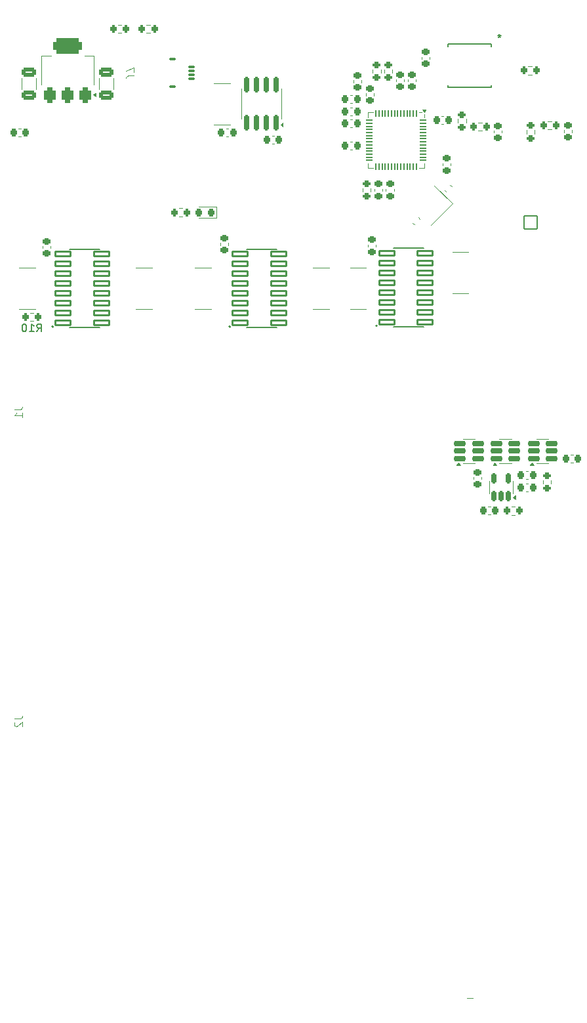
<source format=gbr>
%TF.GenerationSoftware,KiCad,Pcbnew,8.0.4*%
%TF.CreationDate,2024-10-18T15:11:06-05:00*%
%TF.ProjectId,numlocked_numpad,6e756d6c-6f63-46b6-9564-5f6e756d7061,rev?*%
%TF.SameCoordinates,Original*%
%TF.FileFunction,Legend,Bot*%
%TF.FilePolarity,Positive*%
%FSLAX46Y46*%
G04 Gerber Fmt 4.6, Leading zero omitted, Abs format (unit mm)*
G04 Created by KiCad (PCBNEW 8.0.4) date 2024-10-18 15:11:06*
%MOMM*%
%LPD*%
G01*
G04 APERTURE LIST*
G04 Aperture macros list*
%AMRoundRect*
0 Rectangle with rounded corners*
0 $1 Rounding radius*
0 $2 $3 $4 $5 $6 $7 $8 $9 X,Y pos of 4 corners*
0 Add a 4 corners polygon primitive as box body*
4,1,4,$2,$3,$4,$5,$6,$7,$8,$9,$2,$3,0*
0 Add four circle primitives for the rounded corners*
1,1,$1+$1,$2,$3*
1,1,$1+$1,$4,$5*
1,1,$1+$1,$6,$7*
1,1,$1+$1,$8,$9*
0 Add four rect primitives between the rounded corners*
20,1,$1+$1,$2,$3,$4,$5,0*
20,1,$1+$1,$4,$5,$6,$7,0*
20,1,$1+$1,$6,$7,$8,$9,0*
20,1,$1+$1,$8,$9,$2,$3,0*%
%AMRotRect*
0 Rectangle, with rotation*
0 The origin of the aperture is its center*
0 $1 length*
0 $2 width*
0 $3 Rotation angle, in degrees counterclockwise*
0 Add horizontal line*
21,1,$1,$2,0,0,$3*%
G04 Aperture macros list end*
%ADD10C,0.150000*%
%ADD11C,0.100000*%
%ADD12C,0.120000*%
%ADD13C,0.152400*%
%ADD14C,0.127000*%
%ADD15C,0.200000*%
%ADD16RoundRect,0.102000X0.825000X0.825000X-0.825000X0.825000X-0.825000X-0.825000X0.825000X-0.825000X0*%
%ADD17C,1.854000*%
%ADD18O,3.204000X6.204000*%
%ADD19C,1.700000*%
%ADD20C,3.000000*%
%ADD21C,4.000000*%
%ADD22R,2.550000X2.500000*%
%ADD23C,1.100000*%
%ADD24R,1.350000X1.350000*%
%ADD25O,1.350000X1.350000*%
%ADD26C,4.400000*%
%ADD27C,1.800000*%
%ADD28R,1.700000X1.700000*%
%ADD29O,1.700000X1.700000*%
%ADD30C,3.050000*%
%ADD31C,1.450000*%
%ADD32C,2.150000*%
%ADD33R,0.900000X0.900000*%
%ADD34RoundRect,0.225000X-0.250000X0.225000X-0.250000X-0.225000X0.250000X-0.225000X0.250000X0.225000X0*%
%ADD35RoundRect,0.225000X-0.225000X-0.250000X0.225000X-0.250000X0.225000X0.250000X-0.225000X0.250000X0*%
%ADD36RoundRect,0.200000X-0.275000X0.200000X-0.275000X-0.200000X0.275000X-0.200000X0.275000X0.200000X0*%
%ADD37RoundRect,0.200000X-0.200000X-0.275000X0.200000X-0.275000X0.200000X0.275000X-0.200000X0.275000X0*%
%ADD38R,1.524000X0.533400*%
%ADD39RoundRect,0.150000X-0.650000X-0.150000X0.650000X-0.150000X0.650000X0.150000X-0.650000X0.150000X0*%
%ADD40RoundRect,0.100500X-0.986500X-0.301500X0.986500X-0.301500X0.986500X0.301500X-0.986500X0.301500X0*%
%ADD41RoundRect,0.200000X0.200000X0.275000X-0.200000X0.275000X-0.200000X-0.275000X0.200000X-0.275000X0*%
%ADD42RoundRect,0.225000X0.250000X-0.225000X0.250000X0.225000X-0.250000X0.225000X-0.250000X-0.225000X0*%
%ADD43RoundRect,0.250000X0.650000X-0.325000X0.650000X0.325000X-0.650000X0.325000X-0.650000X-0.325000X0*%
%ADD44C,1.200000*%
%ADD45R,4.350000X2.300000*%
%ADD46R,4.040000X2.300000*%
%ADD47RoundRect,0.225000X0.225000X0.250000X-0.225000X0.250000X-0.225000X-0.250000X0.225000X-0.250000X0*%
%ADD48RoundRect,0.375000X0.375000X-0.625000X0.375000X0.625000X-0.375000X0.625000X-0.375000X-0.625000X0*%
%ADD49RoundRect,0.500000X1.400000X-0.500000X1.400000X0.500000X-1.400000X0.500000X-1.400000X-0.500000X0*%
%ADD50RoundRect,0.225000X0.335876X0.017678X0.017678X0.335876X-0.335876X-0.017678X-0.017678X-0.335876X0*%
%ADD51RoundRect,0.150000X0.150000X-0.512500X0.150000X0.512500X-0.150000X0.512500X-0.150000X-0.512500X0*%
%ADD52RotRect,1.400000X1.200000X225.000000*%
%ADD53RoundRect,0.075000X0.325000X-0.075000X0.325000X0.075000X-0.325000X0.075000X-0.325000X-0.075000X0*%
%ADD54RoundRect,0.100000X0.300000X-0.100000X0.300000X0.100000X-0.300000X0.100000X-0.300000X-0.100000X0*%
%ADD55RoundRect,0.050000X0.387500X0.050000X-0.387500X0.050000X-0.387500X-0.050000X0.387500X-0.050000X0*%
%ADD56RoundRect,0.050000X0.050000X0.387500X-0.050000X0.387500X-0.050000X-0.387500X0.050000X-0.387500X0*%
%ADD57R,3.200000X3.200000*%
%ADD58RoundRect,0.225000X-0.335876X-0.017678X-0.017678X-0.335876X0.335876X0.017678X0.017678X0.335876X0*%
%ADD59RoundRect,0.150000X0.150000X-0.825000X0.150000X0.825000X-0.150000X0.825000X-0.150000X-0.825000X0*%
%ADD60RoundRect,0.218750X0.218750X0.256250X-0.218750X0.256250X-0.218750X-0.256250X0.218750X-0.256250X0*%
%ADD61RoundRect,0.200000X0.275000X-0.200000X0.275000X0.200000X-0.275000X0.200000X-0.275000X-0.200000X0*%
G04 APERTURE END LIST*
D10*
X157224999Y-46194819D02*
X157224999Y-46432914D01*
X157463094Y-46337676D02*
X157224999Y-46432914D01*
X157224999Y-46432914D02*
X156986904Y-46337676D01*
X157367856Y-46623390D02*
X157224999Y-46432914D01*
X157224999Y-46432914D02*
X157082142Y-46623390D01*
D11*
X153776115Y-170601466D02*
X153014211Y-170601466D01*
X94619919Y-134526666D02*
X95334204Y-134526666D01*
X95334204Y-134526666D02*
X95477061Y-134479047D01*
X95477061Y-134479047D02*
X95572300Y-134383809D01*
X95572300Y-134383809D02*
X95619919Y-134240952D01*
X95619919Y-134240952D02*
X95619919Y-134145714D01*
X94715157Y-134955238D02*
X94667538Y-135002857D01*
X94667538Y-135002857D02*
X94619919Y-135098095D01*
X94619919Y-135098095D02*
X94619919Y-135336190D01*
X94619919Y-135336190D02*
X94667538Y-135431428D01*
X94667538Y-135431428D02*
X94715157Y-135479047D01*
X94715157Y-135479047D02*
X94810395Y-135526666D01*
X94810395Y-135526666D02*
X94905633Y-135526666D01*
X94905633Y-135526666D02*
X95048490Y-135479047D01*
X95048490Y-135479047D02*
X95619919Y-134907619D01*
X95619919Y-134907619D02*
X95619919Y-135526666D01*
X110042580Y-51533333D02*
X109328295Y-51533333D01*
X109328295Y-51533333D02*
X109185438Y-51580952D01*
X109185438Y-51580952D02*
X109090200Y-51676190D01*
X109090200Y-51676190D02*
X109042580Y-51819047D01*
X109042580Y-51819047D02*
X109042580Y-51914285D01*
X110042580Y-51152380D02*
X110042580Y-50485714D01*
X110042580Y-50485714D02*
X109042580Y-50914285D01*
X94619919Y-94646666D02*
X95334204Y-94646666D01*
X95334204Y-94646666D02*
X95477061Y-94599047D01*
X95477061Y-94599047D02*
X95572300Y-94503809D01*
X95572300Y-94503809D02*
X95619919Y-94360952D01*
X95619919Y-94360952D02*
X95619919Y-94265714D01*
X95619919Y-95646666D02*
X95619919Y-95075238D01*
X95619919Y-95360952D02*
X94619919Y-95360952D01*
X94619919Y-95360952D02*
X94762776Y-95265714D01*
X94762776Y-95265714D02*
X94858014Y-95170476D01*
X94858014Y-95170476D02*
X94905633Y-95075238D01*
D10*
X97517857Y-84584819D02*
X97851190Y-84108628D01*
X98089285Y-84584819D02*
X98089285Y-83584819D01*
X98089285Y-83584819D02*
X97708333Y-83584819D01*
X97708333Y-83584819D02*
X97613095Y-83632438D01*
X97613095Y-83632438D02*
X97565476Y-83680057D01*
X97565476Y-83680057D02*
X97517857Y-83775295D01*
X97517857Y-83775295D02*
X97517857Y-83918152D01*
X97517857Y-83918152D02*
X97565476Y-84013390D01*
X97565476Y-84013390D02*
X97613095Y-84061009D01*
X97613095Y-84061009D02*
X97708333Y-84108628D01*
X97708333Y-84108628D02*
X98089285Y-84108628D01*
X96565476Y-84584819D02*
X97136904Y-84584819D01*
X96851190Y-84584819D02*
X96851190Y-83584819D01*
X96851190Y-83584819D02*
X96946428Y-83727676D01*
X96946428Y-83727676D02*
X97041666Y-83822914D01*
X97041666Y-83822914D02*
X97136904Y-83870533D01*
X95946428Y-83584819D02*
X95851190Y-83584819D01*
X95851190Y-83584819D02*
X95755952Y-83632438D01*
X95755952Y-83632438D02*
X95708333Y-83680057D01*
X95708333Y-83680057D02*
X95660714Y-83775295D01*
X95660714Y-83775295D02*
X95613095Y-83965771D01*
X95613095Y-83965771D02*
X95613095Y-84203866D01*
X95613095Y-84203866D02*
X95660714Y-84394342D01*
X95660714Y-84394342D02*
X95708333Y-84489580D01*
X95708333Y-84489580D02*
X95755952Y-84537200D01*
X95755952Y-84537200D02*
X95851190Y-84584819D01*
X95851190Y-84584819D02*
X95946428Y-84584819D01*
X95946428Y-84584819D02*
X96041666Y-84537200D01*
X96041666Y-84537200D02*
X96089285Y-84489580D01*
X96089285Y-84489580D02*
X96136904Y-84394342D01*
X96136904Y-84394342D02*
X96184523Y-84203866D01*
X96184523Y-84203866D02*
X96184523Y-83965771D01*
X96184523Y-83965771D02*
X96136904Y-83775295D01*
X96136904Y-83775295D02*
X96089285Y-83680057D01*
X96089285Y-83680057D02*
X96041666Y-83632438D01*
X96041666Y-83632438D02*
X95946428Y-83584819D01*
D12*
%TO.C,RN3*%
X119985000Y-76330000D02*
X117885000Y-76330000D01*
X119985000Y-81670000D02*
X117885000Y-81670000D01*
%TO.C,C22*%
X142590000Y-66440580D02*
X142590000Y-66159420D01*
X143610000Y-66440580D02*
X143610000Y-66159420D01*
%TO.C,C26*%
X160940580Y-102590000D02*
X160659420Y-102590000D01*
X160940580Y-103610000D02*
X160659420Y-103610000D01*
%TO.C,C29*%
X166728280Y-100463320D02*
X166447120Y-100463320D01*
X166728280Y-101483320D02*
X166447120Y-101483320D01*
%TO.C,C19*%
X150040580Y-56790000D02*
X149759420Y-56790000D01*
X150040580Y-57810000D02*
X149759420Y-57810000D01*
%TO.C,R7*%
X139577500Y-66537258D02*
X139577500Y-66062742D01*
X140622500Y-66537258D02*
X140622500Y-66062742D01*
%TO.C,RN5*%
X140050000Y-76330000D02*
X137950000Y-76330000D01*
X140050000Y-81670000D02*
X137950000Y-81670000D01*
%TO.C,R9*%
X140877500Y-51237258D02*
X140877500Y-50762742D01*
X141922500Y-51237258D02*
X141922500Y-50762742D01*
%TO.C,R13*%
X112137258Y-44977500D02*
X111662742Y-44977500D01*
X112137258Y-46022500D02*
X111662742Y-46022500D01*
%TO.C,RN1*%
X97300000Y-76330000D02*
X95200000Y-76330000D01*
X97300000Y-81670000D02*
X95200000Y-81670000D01*
D13*
%TO.C,U7*%
X150606000Y-47506000D02*
X150606000Y-47807656D01*
X150606000Y-52792344D02*
X150606000Y-53094000D01*
X150606000Y-53094000D02*
X156194000Y-53094000D01*
X156194000Y-47506000D02*
X150606000Y-47506000D01*
X156194000Y-47807656D02*
X156194000Y-47506000D01*
X156194000Y-53094000D02*
X156194000Y-52792344D01*
D12*
%TO.C,RN2*%
X110265000Y-76330000D02*
X112365000Y-76330000D01*
X110265000Y-81670000D02*
X112365000Y-81670000D01*
%TO.C,C5*%
X156490000Y-58940580D02*
X156490000Y-58659420D01*
X157510000Y-58940580D02*
X157510000Y-58659420D01*
%TO.C,R3*%
X151877500Y-57637258D02*
X151877500Y-57162742D01*
X152922500Y-57637258D02*
X152922500Y-57162742D01*
%TO.C,U5*%
X162025000Y-98440000D02*
X162800000Y-98440000D01*
X162025000Y-101560000D02*
X162800000Y-101560000D01*
X163575000Y-98440000D02*
X162800000Y-98440000D01*
X163575000Y-101560000D02*
X162800000Y-101560000D01*
X161677500Y-101840000D02*
X161197500Y-101840000D01*
X161437500Y-101510000D01*
X161677500Y-101840000D01*
G36*
X161677500Y-101840000D02*
G01*
X161197500Y-101840000D01*
X161437500Y-101510000D01*
X161677500Y-101840000D01*
G37*
D14*
%TO.C,U2*%
X105645000Y-73935000D02*
X101745000Y-73935000D01*
X105645000Y-84065000D02*
X101745000Y-84065000D01*
D15*
X99650000Y-83945000D02*
G75*
G02*
X99450000Y-83945000I-100000J0D01*
G01*
X99450000Y-83945000D02*
G75*
G02*
X99650000Y-83945000I100000J0D01*
G01*
D12*
%TO.C,C24*%
X147190000Y-49415580D02*
X147190000Y-49134420D01*
X148210000Y-49415580D02*
X148210000Y-49134420D01*
%TO.C,RN7*%
X120350000Y-52530000D02*
X122450000Y-52530000D01*
X120350000Y-57870000D02*
X122450000Y-57870000D01*
%TO.C,R2*%
X163500428Y-57443252D02*
X163974944Y-57443252D01*
X163500428Y-58488252D02*
X163974944Y-58488252D01*
%TO.C,C2*%
X140290000Y-73359420D02*
X140290000Y-73640580D01*
X141310000Y-73359420D02*
X141310000Y-73640580D01*
%TO.C,C18*%
X143890000Y-52059420D02*
X143890000Y-52340580D01*
X144910000Y-52059420D02*
X144910000Y-52340580D01*
%TO.C,C7*%
X95590000Y-51888748D02*
X95590000Y-53311252D01*
X97410000Y-51888748D02*
X97410000Y-53311252D01*
%TO.C,C23*%
X137959420Y-55690000D02*
X138240580Y-55690000D01*
X137959420Y-56710000D02*
X138240580Y-56710000D01*
%TO.C,C21*%
X137959420Y-60090000D02*
X138240580Y-60090000D01*
X137959420Y-61110000D02*
X138240580Y-61110000D01*
D14*
%TO.C,U3*%
X128505000Y-73935000D02*
X124605000Y-73935000D01*
X128505000Y-84065000D02*
X124605000Y-84065000D01*
D15*
X122510000Y-83945000D02*
G75*
G02*
X122310000Y-83945000I-100000J0D01*
G01*
X122310000Y-83945000D02*
G75*
G02*
X122510000Y-83945000I100000J0D01*
G01*
D12*
%TO.C,R12*%
X107962742Y-44977500D02*
X108437258Y-44977500D01*
X107962742Y-46022500D02*
X108437258Y-46022500D01*
%TO.C,C14*%
X141090000Y-66440580D02*
X141090000Y-66159420D01*
X142110000Y-66440580D02*
X142110000Y-66159420D01*
%TO.C,C13*%
X138390000Y-52159420D02*
X138390000Y-52440580D01*
X139410000Y-52159420D02*
X139410000Y-52440580D01*
%TO.C,U9*%
X152525000Y-98440000D02*
X153300000Y-98440000D01*
X152525000Y-101560000D02*
X153300000Y-101560000D01*
X154075000Y-98440000D02*
X153300000Y-98440000D01*
X154075000Y-101560000D02*
X153300000Y-101560000D01*
X152177500Y-101840000D02*
X151697500Y-101840000D01*
X151937500Y-101510000D01*
X152177500Y-101840000D01*
G36*
X152177500Y-101840000D02*
G01*
X151697500Y-101840000D01*
X151937500Y-101510000D01*
X152177500Y-101840000D01*
G37*
%TO.C,R8*%
X142377500Y-51237258D02*
X142377500Y-50762742D01*
X143422500Y-51237258D02*
X143422500Y-50762742D01*
%TO.C,C15*%
X139990000Y-53859420D02*
X139990000Y-54140580D01*
X141010000Y-53859420D02*
X141010000Y-54140580D01*
%TO.C,C32*%
X122240580Y-58390000D02*
X121959420Y-58390000D01*
X122240580Y-59410000D02*
X121959420Y-59410000D01*
%TO.C,R6*%
X162877500Y-104237258D02*
X162877500Y-103762742D01*
X163922500Y-104237258D02*
X163922500Y-103762742D01*
%TO.C,R11*%
X160962742Y-50377500D02*
X161437258Y-50377500D01*
X160962742Y-51422500D02*
X161437258Y-51422500D01*
%TO.C,U1*%
X98090000Y-48990000D02*
X98090000Y-52750000D01*
X99350000Y-48990000D02*
X98090000Y-48990000D01*
X103650000Y-48990000D02*
X104910000Y-48990000D01*
X104910000Y-48990000D02*
X104910000Y-52750000D01*
X105140000Y-54270000D02*
X104810000Y-54030000D01*
X105140000Y-53790000D01*
X105140000Y-54270000D01*
G36*
X105140000Y-54270000D02*
G01*
X104810000Y-54030000D01*
X105140000Y-53790000D01*
X105140000Y-54270000D01*
G37*
%TO.C,C11*%
X146039970Y-70561219D02*
X146238781Y-70760030D01*
X146761219Y-69839970D02*
X146960030Y-70038781D01*
%TO.C,R5*%
X116312258Y-68677500D02*
X115837742Y-68677500D01*
X116312258Y-69722500D02*
X115837742Y-69722500D01*
%TO.C,U8*%
X155890000Y-103900000D02*
X155890000Y-104700000D01*
X155890000Y-105500000D02*
X155890000Y-104700000D01*
X159010000Y-103900000D02*
X159010000Y-104700000D01*
X159010000Y-105500000D02*
X159010000Y-104700000D01*
X159290000Y-106240000D02*
X158960000Y-106000000D01*
X159290000Y-105760000D01*
X159290000Y-106240000D01*
G36*
X159290000Y-106240000D02*
G01*
X158960000Y-106000000D01*
X159290000Y-105760000D01*
X159290000Y-106240000D01*
G37*
%TO.C,X1*%
X148352513Y-70880940D02*
X151180940Y-68052513D01*
X151180940Y-68052513D02*
X148847487Y-65719060D01*
%TO.C,U10*%
X157225000Y-98440000D02*
X158000000Y-98440000D01*
X157225000Y-101560000D02*
X158000000Y-101560000D01*
X158775000Y-98440000D02*
X158000000Y-98440000D01*
X158775000Y-101560000D02*
X158000000Y-101560000D01*
X156877500Y-101840000D02*
X156397500Y-101840000D01*
X156637500Y-101510000D01*
X156877500Y-101840000D01*
G36*
X156877500Y-101840000D02*
G01*
X156397500Y-101840000D01*
X156637500Y-101510000D01*
X156877500Y-101840000D01*
G37*
%TO.C,C20*%
X137959420Y-57190000D02*
X138240580Y-57190000D01*
X137959420Y-58210000D02*
X138240580Y-58210000D01*
%TO.C,U6*%
X140290000Y-56290000D02*
X140940000Y-56290000D01*
X140290000Y-56940000D02*
X140290000Y-56290000D01*
X140290000Y-62860000D02*
X140290000Y-63510000D01*
X140290000Y-63510000D02*
X140940000Y-63510000D01*
X147210000Y-56290000D02*
X146860000Y-56290000D01*
X147510000Y-56530000D02*
X147510000Y-56940000D01*
X147510000Y-62860000D02*
X147510000Y-63510000D01*
X147510000Y-63510000D02*
X146860000Y-63510000D01*
X147510000Y-56290000D02*
X147270000Y-55960000D01*
X147750000Y-55960000D01*
X147510000Y-56290000D01*
G36*
X147510000Y-56290000D02*
G01*
X147270000Y-55960000D01*
X147750000Y-55960000D01*
X147510000Y-56290000D01*
G37*
D14*
%TO.C,U4*%
X147450000Y-73835000D02*
X143550000Y-73835000D01*
X147450000Y-83965000D02*
X143550000Y-83965000D01*
D15*
X141455000Y-83845000D02*
G75*
G02*
X141255000Y-83845000I-100000J0D01*
G01*
X141255000Y-83845000D02*
G75*
G02*
X141455000Y-83845000I100000J0D01*
G01*
D12*
%TO.C,RN4*%
X133125000Y-76330000D02*
X135225000Y-76330000D01*
X133125000Y-81670000D02*
X135225000Y-81670000D01*
%TO.C,C4*%
X121240000Y-73159420D02*
X121240000Y-73440580D01*
X122260000Y-73159420D02*
X122260000Y-73440580D01*
%TO.C,R4*%
X154492742Y-57602500D02*
X154967258Y-57602500D01*
X154492742Y-58647500D02*
X154967258Y-58647500D01*
%TO.C,C10*%
X150338781Y-66560030D02*
X150139970Y-66361219D01*
X151060030Y-65838781D02*
X150861219Y-65639970D01*
%TO.C,C12*%
X145390000Y-52059420D02*
X145390000Y-52340580D01*
X146410000Y-52059420D02*
X146410000Y-52340580D01*
%TO.C,U11*%
X123940000Y-53250000D02*
X123940000Y-55200000D01*
X123940000Y-57150000D02*
X123940000Y-55200000D01*
X129060000Y-53250000D02*
X129060000Y-55200000D01*
X129060000Y-57150000D02*
X129060000Y-55200000D01*
X129295000Y-58140000D02*
X128965000Y-57900000D01*
X129295000Y-57660000D01*
X129295000Y-58140000D01*
G36*
X129295000Y-58140000D02*
G01*
X128965000Y-57900000D01*
X129295000Y-57660000D01*
X129295000Y-58140000D01*
G37*
%TO.C,RN6*%
X151150000Y-74330000D02*
X153250000Y-74330000D01*
X151150000Y-79670000D02*
X153250000Y-79670000D01*
%TO.C,C28*%
X160940580Y-104190000D02*
X160659420Y-104190000D01*
X160940580Y-105210000D02*
X160659420Y-105210000D01*
%TO.C,C9*%
X95159420Y-58390000D02*
X95440580Y-58390000D01*
X95159420Y-59410000D02*
X95440580Y-59410000D01*
%TO.C,C25*%
X155787403Y-107190000D02*
X156068563Y-107190000D01*
X155787403Y-108210000D02*
X156068563Y-108210000D01*
%TO.C,C3*%
X98240000Y-73559420D02*
X98240000Y-73840580D01*
X99260000Y-73559420D02*
X99260000Y-73840580D01*
%TO.C,C6*%
X105590000Y-51888748D02*
X105590000Y-53311252D01*
X107410000Y-51888748D02*
X107410000Y-53311252D01*
%TO.C,R10*%
X97112258Y-82177500D02*
X96637742Y-82177500D01*
X97112258Y-83222500D02*
X96637742Y-83222500D01*
%TO.C,C17*%
X149890000Y-63140580D02*
X149890000Y-62859420D01*
X150910000Y-63140580D02*
X150910000Y-62859420D01*
%TO.C,C16*%
X137959420Y-54090000D02*
X138240580Y-54090000D01*
X137959420Y-55110000D02*
X138240580Y-55110000D01*
%TO.C,C27*%
X153890000Y-103640580D02*
X153890000Y-103359420D01*
X154910000Y-103640580D02*
X154910000Y-103359420D01*
%TO.C,D1*%
X118400000Y-69935000D02*
X120685000Y-69935000D01*
X120685000Y-68465000D02*
X118400000Y-68465000D01*
X120685000Y-69935000D02*
X120685000Y-68465000D01*
%TO.C,R14*%
X159240241Y-107177500D02*
X158765725Y-107177500D01*
X159240241Y-108222500D02*
X158765725Y-108222500D01*
%TO.C,C31*%
X128140580Y-59290000D02*
X127859420Y-59290000D01*
X128140580Y-60310000D02*
X127859420Y-60310000D01*
%TO.C,C1*%
X165537686Y-58871332D02*
X165537686Y-58590172D01*
X166557686Y-58871332D02*
X166557686Y-58590172D01*
%TO.C,R1*%
X160725186Y-58578494D02*
X160725186Y-59053010D01*
X161770186Y-58578494D02*
X161770186Y-59053010D01*
%TD*%
%LPC*%
D16*
%TO.C,MT1*%
X161250000Y-70500000D03*
D17*
X156250000Y-70500000D03*
X161250000Y-56000000D03*
X156250000Y-56000000D03*
X158750000Y-56000000D03*
D18*
X164450000Y-63500000D03*
X153050000Y-63500000D03*
%TD*%
D19*
%TO.C,S9*%
X115570000Y-106362500D03*
D20*
X116840000Y-103822500D03*
D21*
X120650000Y-106362500D03*
D20*
X123190000Y-101282500D03*
D19*
X125730000Y-106362500D03*
D22*
X113240000Y-103822500D03*
X126665000Y-101282500D03*
%TD*%
D23*
%TO.C,SW2*%
X94218750Y-61000000D03*
X96718750Y-61000000D03*
X101718750Y-61000000D03*
X104218750Y-61000000D03*
X94218750Y-66000000D03*
X94218750Y-63500000D03*
X96718750Y-63500000D03*
X96718750Y-66000000D03*
X101718750Y-63500000D03*
X101718750Y-66000000D03*
X104218750Y-63500000D03*
X104218750Y-66000000D03*
%TD*%
D19*
%TO.C,S2*%
X96520000Y-106362500D03*
D20*
X97790000Y-103822500D03*
D21*
X101600000Y-106362500D03*
D20*
X104140000Y-101282500D03*
D19*
X106680000Y-106362500D03*
D22*
X94190000Y-103822500D03*
X107615000Y-101282500D03*
%TD*%
D24*
%TO.C,J6*%
X136800000Y-65500000D03*
D25*
X136800000Y-67500000D03*
%TD*%
D19*
%TO.C,S17*%
X134620000Y-106362500D03*
D20*
X135890000Y-103822500D03*
D21*
X139700000Y-106362500D03*
D20*
X142240000Y-101282500D03*
D19*
X144780000Y-106362500D03*
D22*
X132290000Y-103822500D03*
X145715000Y-101282500D03*
%TD*%
D26*
%TO.C,H5*%
X166656250Y-49500000D03*
%TD*%
D24*
%TO.C,J5*%
X162600000Y-53201000D03*
D25*
X160600000Y-53201000D03*
%TD*%
D19*
%TO.C,S8*%
X125730000Y-87312500D03*
D20*
X124460000Y-89852500D03*
D21*
X120650000Y-87312500D03*
D20*
X118110000Y-92392500D03*
D19*
X115570000Y-87312500D03*
D22*
X128060000Y-89852500D03*
X114635000Y-92392500D03*
%TD*%
D27*
%TO.C,J3*%
X167537500Y-91230000D03*
X167537500Y-93730000D03*
X167537500Y-96230000D03*
X167537500Y-98730000D03*
%TD*%
D19*
%TO.C,S6*%
X96520000Y-144462500D03*
D20*
X97790000Y-141922500D03*
D21*
X101600000Y-144462500D03*
D20*
X104140000Y-139382500D03*
D19*
X106680000Y-144462500D03*
D22*
X94190000Y-141922500D03*
X107615000Y-139382500D03*
%TD*%
D19*
%TO.C,S3*%
X96520000Y-125412500D03*
D20*
X97790000Y-122872500D03*
D21*
X101600000Y-125412500D03*
D20*
X104140000Y-120332500D03*
D19*
X106680000Y-125412500D03*
D22*
X94190000Y-122872500D03*
X107615000Y-120332500D03*
%TD*%
D28*
%TO.C,OLED1*%
X93880000Y-56700000D03*
D29*
X96420000Y-56700000D03*
X98960000Y-56700000D03*
X101500000Y-56700000D03*
X104040000Y-56700000D03*
X106580000Y-56700000D03*
X109120000Y-56700000D03*
%TD*%
D19*
%TO.C,S12*%
X134620000Y-163512500D03*
D20*
X135890000Y-160972500D03*
D21*
X139700000Y-163512500D03*
D20*
X142240000Y-158432500D03*
D19*
X144780000Y-163512500D03*
D22*
X132290000Y-160972500D03*
X145715000Y-158432500D03*
%TD*%
D27*
%TO.C,J4*%
X167537500Y-131110000D03*
X167537500Y-133610000D03*
X167537500Y-136110000D03*
X167537500Y-138610000D03*
%TD*%
D26*
%TO.C,H4*%
X166656250Y-176220900D03*
%TD*%
D19*
%TO.C,S11*%
X115570000Y-144462500D03*
D20*
X116840000Y-141922500D03*
D21*
X120650000Y-144462500D03*
D20*
X123190000Y-139382500D03*
D19*
X125730000Y-144462500D03*
D22*
X113240000Y-141922500D03*
X126665000Y-139382500D03*
%TD*%
D26*
%TO.C,H2*%
X93693750Y-176220900D03*
%TD*%
%TO.C,H6*%
X120650000Y-150181250D03*
%TD*%
D19*
%TO.C,S10*%
X115570000Y-125412500D03*
D20*
X116840000Y-122872500D03*
D21*
X120650000Y-125412500D03*
D20*
X123190000Y-120332500D03*
D19*
X125730000Y-125412500D03*
D22*
X113240000Y-122872500D03*
X126665000Y-120332500D03*
%TD*%
D26*
%TO.C,H1*%
X104300000Y-70900000D03*
%TD*%
D19*
%TO.C,S16*%
X153670000Y-87312500D03*
D20*
X154940000Y-84772500D03*
D21*
X158750000Y-87312500D03*
D20*
X161290000Y-82232500D03*
D19*
X163830000Y-87312500D03*
D22*
X151340000Y-84772500D03*
X164765000Y-82232500D03*
%TD*%
D30*
%TO.C,S15*%
X151750000Y-103987500D03*
X151750000Y-127787500D03*
D19*
X153670000Y-115887500D03*
D20*
X154940000Y-113347500D03*
D21*
X158750000Y-115887500D03*
D20*
X161290000Y-110807500D03*
D19*
X163830000Y-115887500D03*
D21*
X166990000Y-103987500D03*
X166990000Y-127787500D03*
D22*
X151340000Y-113347500D03*
X164765000Y-110807500D03*
%TD*%
D19*
%TO.C,S1*%
X106680000Y-87312500D03*
D20*
X105410000Y-89852500D03*
D21*
X101600000Y-87312500D03*
D20*
X99060000Y-92392500D03*
D19*
X96520000Y-87312500D03*
D22*
X109010000Y-89852500D03*
X95585000Y-92392500D03*
%TD*%
D19*
%TO.C,S18*%
X134620000Y-125412500D03*
D20*
X135890000Y-122872500D03*
D21*
X139700000Y-125412500D03*
D20*
X142240000Y-120332500D03*
D19*
X144780000Y-125412500D03*
D22*
X132290000Y-122872500D03*
X145715000Y-120332500D03*
%TD*%
D19*
%TO.C,S19*%
X134620000Y-144462500D03*
D20*
X135890000Y-141922500D03*
D21*
X139700000Y-144462500D03*
D20*
X142240000Y-139382500D03*
D19*
X144780000Y-144462500D03*
D22*
X132290000Y-141922500D03*
X145715000Y-139382500D03*
%TD*%
D31*
%TO.C,SW1*%
X116994000Y-43437500D03*
X112994000Y-43437500D03*
X110994000Y-43437500D03*
X108994000Y-43437500D03*
D32*
X119294000Y-43437500D03*
X106694000Y-43437500D03*
%TD*%
D30*
%TO.C,S7*%
X99225000Y-156512500D03*
D21*
X99225000Y-171752500D03*
D19*
X106045000Y-163512500D03*
D20*
X107315000Y-160972500D03*
D21*
X111125000Y-163512500D03*
D20*
X113665000Y-158432500D03*
D19*
X116205000Y-163512500D03*
D30*
X123025000Y-156512500D03*
D21*
X123025000Y-171752500D03*
D22*
X103715000Y-160972500D03*
X117140000Y-158432500D03*
%TD*%
D23*
%TO.C,SW3*%
X108506250Y-61000000D03*
X111006250Y-61000000D03*
X116006250Y-61000000D03*
X118506250Y-61000000D03*
X108506250Y-66000000D03*
X108506250Y-63500000D03*
X111006250Y-63500000D03*
X111006250Y-66000000D03*
X116006250Y-63500000D03*
X116006250Y-66000000D03*
X118506250Y-63500000D03*
X118506250Y-66000000D03*
%TD*%
D30*
%TO.C,S20*%
X151750000Y-142087500D03*
X151750000Y-165887500D03*
D19*
X153670000Y-153987500D03*
D20*
X154940000Y-151447500D03*
D21*
X158750000Y-153987500D03*
D20*
X161290000Y-148907500D03*
D19*
X163830000Y-153987500D03*
D21*
X166990000Y-142087500D03*
X166990000Y-165887500D03*
D22*
X151340000Y-151447500D03*
X164765000Y-148907500D03*
%TD*%
D19*
%TO.C,S14*%
X144780000Y-87312500D03*
D20*
X143510000Y-89852500D03*
D21*
X139700000Y-87312500D03*
D20*
X137160000Y-92392500D03*
D19*
X134620000Y-87312500D03*
D22*
X147110000Y-89852500D03*
X133685000Y-92392500D03*
%TD*%
D23*
%TO.C,SW4*%
X122793750Y-61000000D03*
X125293750Y-61000000D03*
X130293750Y-61000000D03*
X132793750Y-61000000D03*
X122793750Y-66000000D03*
X122793750Y-63500000D03*
X125293750Y-63500000D03*
X125293750Y-66000000D03*
X130293750Y-63500000D03*
X130293750Y-66000000D03*
X132793750Y-63500000D03*
X132793750Y-66000000D03*
%TD*%
D33*
%TO.C,RN3*%
X120435000Y-77000000D03*
X120435000Y-78340000D03*
X120435000Y-79660000D03*
X120435000Y-81000000D03*
X117435000Y-81000000D03*
X117435000Y-79660000D03*
X117435000Y-78340000D03*
X117435000Y-77000000D03*
%TD*%
D34*
%TO.C,C22*%
X143100000Y-65525000D03*
X143100000Y-67075000D03*
%TD*%
D35*
%TO.C,C26*%
X160025000Y-103100000D03*
X161575000Y-103100000D03*
%TD*%
%TO.C,C29*%
X165812700Y-100973320D03*
X167362700Y-100973320D03*
%TD*%
%TO.C,C19*%
X149125000Y-57300000D03*
X150675000Y-57300000D03*
%TD*%
D36*
%TO.C,R7*%
X140100000Y-65475000D03*
X140100000Y-67125000D03*
%TD*%
D33*
%TO.C,RN5*%
X140500000Y-77000000D03*
X140500000Y-78340000D03*
X140500000Y-79660000D03*
X140500000Y-81000000D03*
X137500000Y-81000000D03*
X137500000Y-79660000D03*
X137500000Y-78340000D03*
X137500000Y-77000000D03*
%TD*%
D36*
%TO.C,R9*%
X141400000Y-50175000D03*
X141400000Y-51825000D03*
%TD*%
D37*
%TO.C,R13*%
X111075000Y-45500000D03*
X112725000Y-45500000D03*
%TD*%
D33*
%TO.C,RN1*%
X97750000Y-77000000D03*
X97750000Y-78340000D03*
X97750000Y-79660000D03*
X97750000Y-81000000D03*
X94750000Y-81000000D03*
X94750000Y-79660000D03*
X94750000Y-78340000D03*
X94750000Y-77000000D03*
%TD*%
D38*
%TO.C,U7*%
X157044900Y-48395000D03*
X157044900Y-49665000D03*
X157044900Y-50935000D03*
X157044900Y-52205000D03*
X149755100Y-52205000D03*
X149755100Y-50935000D03*
X149755100Y-49665000D03*
X149755100Y-48395000D03*
%TD*%
D33*
%TO.C,RN2*%
X109815000Y-81000000D03*
X109815000Y-79660000D03*
X109815000Y-78340000D03*
X109815000Y-77000000D03*
X112815000Y-77000000D03*
X112815000Y-78340000D03*
X112815000Y-79660000D03*
X112815000Y-81000000D03*
%TD*%
D34*
%TO.C,C5*%
X157000000Y-58025000D03*
X157000000Y-59575000D03*
%TD*%
D36*
%TO.C,R3*%
X152400000Y-56575000D03*
X152400000Y-58225000D03*
%TD*%
D39*
%TO.C,U5*%
X161650000Y-100950000D03*
X161650000Y-100000000D03*
X161650000Y-99050000D03*
X163950000Y-99050000D03*
X163950000Y-100000000D03*
X163950000Y-100950000D03*
%TD*%
D40*
%TO.C,U2*%
X105865000Y-74555000D03*
X105865000Y-75825000D03*
X105865000Y-77095000D03*
X105865000Y-78365000D03*
X105865000Y-79635000D03*
X105865000Y-80905000D03*
X105865000Y-82175000D03*
X105865000Y-83445000D03*
X100915000Y-83445000D03*
X100915000Y-82175000D03*
X100915000Y-80905000D03*
X100915000Y-79635000D03*
X100915000Y-78365000D03*
X100915000Y-77095000D03*
X100915000Y-75825000D03*
X100915000Y-74555000D03*
%TD*%
D34*
%TO.C,C24*%
X147700000Y-48500000D03*
X147700000Y-50050000D03*
%TD*%
D33*
%TO.C,RN7*%
X119900000Y-57200000D03*
X119900000Y-55860000D03*
X119900000Y-54540000D03*
X119900000Y-53200000D03*
X122900000Y-53200000D03*
X122900000Y-54540000D03*
X122900000Y-55860000D03*
X122900000Y-57200000D03*
%TD*%
D41*
%TO.C,R2*%
X164562686Y-57965752D03*
X162912686Y-57965752D03*
%TD*%
D42*
%TO.C,C2*%
X140800000Y-74275000D03*
X140800000Y-72725000D03*
%TD*%
%TO.C,C18*%
X144400000Y-52975000D03*
X144400000Y-51425000D03*
%TD*%
D43*
%TO.C,C7*%
X96500000Y-54075000D03*
X96500000Y-51125000D03*
%TD*%
D44*
%TO.C,BT1*%
X148500000Y-172500000D03*
X141000000Y-172500000D03*
D45*
X136935000Y-172500000D03*
D46*
X152900000Y-172500000D03*
%TD*%
D47*
%TO.C,C23*%
X138875000Y-56200000D03*
X137325000Y-56200000D03*
%TD*%
%TO.C,C21*%
X138875000Y-60600000D03*
X137325000Y-60600000D03*
%TD*%
D40*
%TO.C,U3*%
X128725000Y-74555000D03*
X128725000Y-75825000D03*
X128725000Y-77095000D03*
X128725000Y-78365000D03*
X128725000Y-79635000D03*
X128725000Y-80905000D03*
X128725000Y-82175000D03*
X128725000Y-83445000D03*
X123775000Y-83445000D03*
X123775000Y-82175000D03*
X123775000Y-80905000D03*
X123775000Y-79635000D03*
X123775000Y-78365000D03*
X123775000Y-77095000D03*
X123775000Y-75825000D03*
X123775000Y-74555000D03*
%TD*%
D41*
%TO.C,R12*%
X109025000Y-45500000D03*
X107375000Y-45500000D03*
%TD*%
D34*
%TO.C,C14*%
X141600000Y-65525000D03*
X141600000Y-67075000D03*
%TD*%
D42*
%TO.C,C13*%
X138900000Y-53075000D03*
X138900000Y-51525000D03*
%TD*%
D27*
%TO.C,J2*%
X92812500Y-131110000D03*
X92812500Y-133610000D03*
X92812500Y-136110000D03*
X92812500Y-138610000D03*
%TD*%
D39*
%TO.C,U9*%
X152150000Y-100950000D03*
X152150000Y-100000000D03*
X152150000Y-99050000D03*
X154450000Y-99050000D03*
X154450000Y-100000000D03*
X154450000Y-100950000D03*
%TD*%
D36*
%TO.C,R8*%
X142900000Y-50175000D03*
X142900000Y-51825000D03*
%TD*%
D42*
%TO.C,C15*%
X140500000Y-54775000D03*
X140500000Y-53225000D03*
%TD*%
D35*
%TO.C,C32*%
X121325000Y-58900000D03*
X122875000Y-58900000D03*
%TD*%
D36*
%TO.C,R6*%
X163400000Y-103175000D03*
X163400000Y-104825000D03*
%TD*%
D41*
%TO.C,R11*%
X162025000Y-50900000D03*
X160375000Y-50900000D03*
%TD*%
D48*
%TO.C,U1*%
X103800000Y-54050000D03*
X101500000Y-54050000D03*
X99200000Y-54050000D03*
D49*
X101500000Y-47750000D03*
%TD*%
D50*
%TO.C,C11*%
X147048008Y-70848008D03*
X145951992Y-69751992D03*
%TD*%
D37*
%TO.C,R5*%
X115250000Y-69200000D03*
X116900000Y-69200000D03*
%TD*%
D51*
%TO.C,U8*%
X158400000Y-105837500D03*
X157450000Y-105837500D03*
X156500000Y-105837500D03*
X156500000Y-103562500D03*
X158400000Y-103562500D03*
%TD*%
D52*
%TO.C,X1*%
X149943503Y-68087868D03*
X148387868Y-69643503D03*
X147256497Y-68512132D03*
X148812132Y-66956497D03*
%TD*%
D39*
%TO.C,U10*%
X156850000Y-100950000D03*
X156850000Y-100000000D03*
X156850000Y-99050000D03*
X159150000Y-99050000D03*
X159150000Y-100000000D03*
X159150000Y-100950000D03*
%TD*%
D47*
%TO.C,C20*%
X138875000Y-57700000D03*
X137325000Y-57700000D03*
%TD*%
D53*
%TO.C,J7*%
X117500000Y-51950000D03*
X117500000Y-51450000D03*
X117500000Y-50950000D03*
X117500000Y-50450000D03*
D54*
X115000000Y-52950000D03*
X115000000Y-49450000D03*
%TD*%
D55*
%TO.C,U6*%
X147337500Y-57300000D03*
X147337500Y-57700000D03*
X147337500Y-58100000D03*
X147337500Y-58500000D03*
X147337500Y-58900000D03*
X147337500Y-59300000D03*
X147337500Y-59700000D03*
X147337500Y-60100000D03*
X147337500Y-60500000D03*
X147337500Y-60900000D03*
X147337500Y-61300000D03*
X147337500Y-61700000D03*
X147337500Y-62100000D03*
X147337500Y-62500000D03*
D56*
X146500000Y-63337500D03*
X146100000Y-63337500D03*
X145700000Y-63337500D03*
X145300000Y-63337500D03*
X144900000Y-63337500D03*
X144500000Y-63337500D03*
X144100000Y-63337500D03*
X143700000Y-63337500D03*
X143300000Y-63337500D03*
X142900000Y-63337500D03*
X142500000Y-63337500D03*
X142100000Y-63337500D03*
X141700000Y-63337500D03*
X141300000Y-63337500D03*
D55*
X140462500Y-62500000D03*
X140462500Y-62100000D03*
X140462500Y-61700000D03*
X140462500Y-61300000D03*
X140462500Y-60900000D03*
X140462500Y-60500000D03*
X140462500Y-60100000D03*
X140462500Y-59700000D03*
X140462500Y-59300000D03*
X140462500Y-58900000D03*
X140462500Y-58500000D03*
X140462500Y-58100000D03*
X140462500Y-57700000D03*
X140462500Y-57300000D03*
D56*
X141300000Y-56462500D03*
X141700000Y-56462500D03*
X142100000Y-56462500D03*
X142500000Y-56462500D03*
X142900000Y-56462500D03*
X143300000Y-56462500D03*
X143700000Y-56462500D03*
X144100000Y-56462500D03*
X144500000Y-56462500D03*
X144900000Y-56462500D03*
X145300000Y-56462500D03*
X145700000Y-56462500D03*
X146100000Y-56462500D03*
X146500000Y-56462500D03*
D57*
X143900000Y-59900000D03*
%TD*%
D40*
%TO.C,U4*%
X147670000Y-74455000D03*
X147670000Y-75725000D03*
X147670000Y-76995000D03*
X147670000Y-78265000D03*
X147670000Y-79535000D03*
X147670000Y-80805000D03*
X147670000Y-82075000D03*
X147670000Y-83345000D03*
X142720000Y-83345000D03*
X142720000Y-82075000D03*
X142720000Y-80805000D03*
X142720000Y-79535000D03*
X142720000Y-78265000D03*
X142720000Y-76995000D03*
X142720000Y-75725000D03*
X142720000Y-74455000D03*
%TD*%
D33*
%TO.C,RN4*%
X132675000Y-81000000D03*
X132675000Y-79660000D03*
X132675000Y-78340000D03*
X132675000Y-77000000D03*
X135675000Y-77000000D03*
X135675000Y-78340000D03*
X135675000Y-79660000D03*
X135675000Y-81000000D03*
%TD*%
D42*
%TO.C,C4*%
X121750000Y-74075000D03*
X121750000Y-72525000D03*
%TD*%
D41*
%TO.C,R4*%
X155555000Y-58125000D03*
X153905000Y-58125000D03*
%TD*%
D27*
%TO.C,J1*%
X92812500Y-91230000D03*
X92812500Y-93730000D03*
X92812500Y-96230000D03*
X92812500Y-98730000D03*
%TD*%
D58*
%TO.C,C10*%
X150051992Y-65551992D03*
X151148008Y-66648008D03*
%TD*%
D42*
%TO.C,C12*%
X145900000Y-52975000D03*
X145900000Y-51425000D03*
%TD*%
D59*
%TO.C,U11*%
X128405000Y-57675000D03*
X127135000Y-57675000D03*
X125865000Y-57675000D03*
X124595000Y-57675000D03*
X124595000Y-52725000D03*
X125865000Y-52725000D03*
X127135000Y-52725000D03*
X128405000Y-52725000D03*
%TD*%
D33*
%TO.C,RN6*%
X150700000Y-79000000D03*
X150700000Y-77660000D03*
X150700000Y-76340000D03*
X150700000Y-75000000D03*
X153700000Y-75000000D03*
X153700000Y-76340000D03*
X153700000Y-77660000D03*
X153700000Y-79000000D03*
%TD*%
D35*
%TO.C,C28*%
X160025000Y-104700000D03*
X161575000Y-104700000D03*
%TD*%
D47*
%TO.C,C9*%
X96075000Y-58900000D03*
X94525000Y-58900000D03*
%TD*%
%TO.C,C25*%
X156702983Y-107700000D03*
X155152983Y-107700000D03*
%TD*%
D42*
%TO.C,C3*%
X98750000Y-74475000D03*
X98750000Y-72925000D03*
%TD*%
D43*
%TO.C,C6*%
X106500000Y-54075000D03*
X106500000Y-51125000D03*
%TD*%
D37*
%TO.C,R10*%
X96050000Y-82700000D03*
X97700000Y-82700000D03*
%TD*%
D34*
%TO.C,C17*%
X150400000Y-62225000D03*
X150400000Y-63775000D03*
%TD*%
D47*
%TO.C,C16*%
X138875000Y-54600000D03*
X137325000Y-54600000D03*
%TD*%
D34*
%TO.C,C27*%
X154400000Y-102725000D03*
X154400000Y-104275000D03*
%TD*%
D60*
%TO.C,D1*%
X119987500Y-69200000D03*
X118412500Y-69200000D03*
%TD*%
D37*
%TO.C,R14*%
X158177983Y-107700000D03*
X159827983Y-107700000D03*
%TD*%
D35*
%TO.C,C31*%
X127225000Y-59800000D03*
X128775000Y-59800000D03*
%TD*%
D34*
%TO.C,C1*%
X166047686Y-57955752D03*
X166047686Y-59505752D03*
%TD*%
D61*
%TO.C,R1*%
X161247686Y-59640752D03*
X161247686Y-57990752D03*
%TD*%
%LPD*%
M02*

</source>
